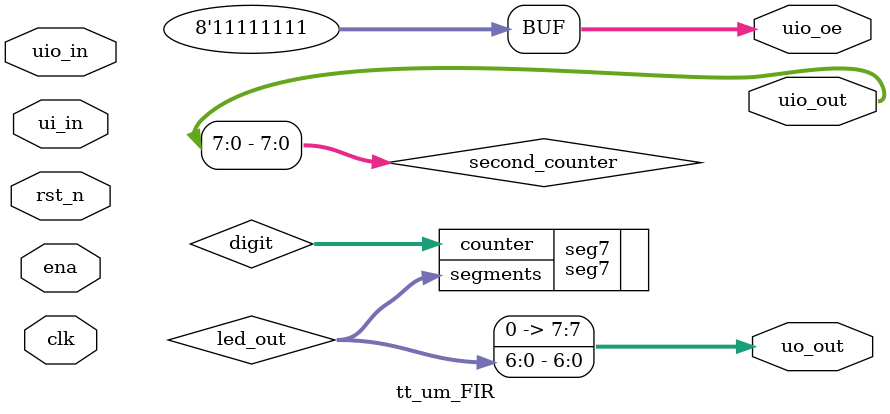
<source format=v>
`default_nettype none

module tt_um_FIR #( parameter MAX_COUNT = 24'd10_000_000 ) (
    input  wire [7:0] ui_in,    // Dedicated inputs - connected to the input switches
    output wire [7:0] uo_out,   // Dedicated outputs - connected to the 7 segment display
    input  wire [7:0] uio_in,   // IOs: Bidirectional Input path
    output wire [7:0] uio_out,  // IOs: Bidirectional Output path
    output wire [7:0] uio_oe,   // IOs: Bidirectional Enable path (active high: 0=input, 1=output)
    input  wire       ena,      // will go high when the design is enabled
    input  wire       clk,      // clock
    input  wire       rst_n     // reset_n - low to reset
);

    wire reset = ! rst_n;
    wire [6:0] led_out;
    assign uo_out[6:0] = led_out;
    assign uo_out[7] = 1'b0;

    // use bidirectionals as outputs
    assign uio_oe = 8'b11111111;

    // put bottom 8 bits of second counter out on the bidirectional gpio
    assign uio_out = second_counter[7:0];

    // external clock is 10MHz, so need 24 bit counter
    reg [23:0] second_counter;
    reg [3:0] digit;

    // if external inputs are set then use that as compare count
    // otherwise use the hard coded MAX_COUNT
    wire [23:0] compare = ui_in == 0 ? MAX_COUNT: {6'b0, ui_in[7:0], 10'b0};
    
    
    
    
    
    
    
    
    /*
    always @(posedge clk) begin
        // if reset, set counter to 0
        if (reset) begin
            second_counter <= 0;
            digit <= 0;
        end else begin
            // if up to 16e6
            if (second_counter == compare) begin
                // reset
                second_counter <= 0;

                // increment digit
                digit <= digit + 1'b1;

                // only count from 0 to 9
                if (digit == 9)
                    digit <= 0;

            end else
                // increment counter
                second_counter <= second_counter + 1'b1;
        end
    end
    */

    // instantiate segment display
    seg7 seg7(.counter(digit), .segments(led_out));

endmodule

</source>
